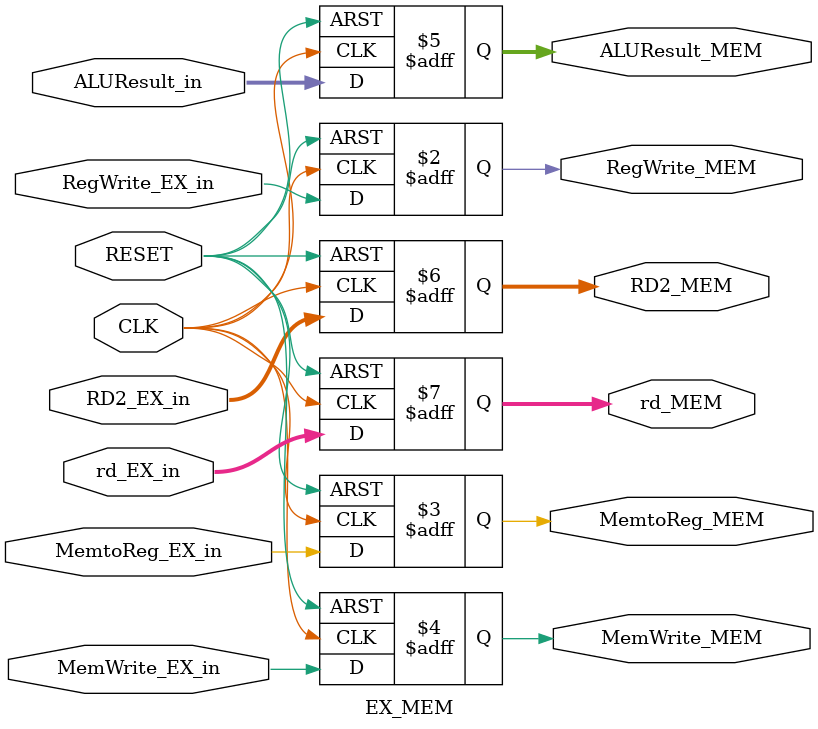
<source format=v>
`timescale 1ns / 1ps

module EX_MEM(
    input CLK,
    input RESET,
    input RegWrite_EX_in,
    input MemtoReg_EX_in,
    input MemWrite_EX_in,      // Added MemWrite_EX_in
    input [31:0] ALUResult_in,
    input [31:0] RD2_EX_in,
    input [4:0] rd_EX_in,
    output reg RegWrite_MEM,
    output reg MemtoReg_MEM,
    output reg MemWrite_MEM,    // Added MemWrite_MEM
    output reg [31:0] ALUResult_MEM,
    output reg [31:0] RD2_MEM,
    output reg [4:0] rd_MEM
);
    always @(posedge CLK or posedge RESET) begin
        if (RESET) begin
            RegWrite_MEM <= 0;
            MemtoReg_MEM <= 0;
            MemWrite_MEM <= 0;    // Initialize MemWrite_MEM
            ALUResult_MEM <= 0;
            RD2_MEM <= 0;
            rd_MEM <= 0;
        end else begin
            RegWrite_MEM <= RegWrite_EX_in;
            MemtoReg_MEM <= MemtoReg_EX_in;
            MemWrite_MEM <= MemWrite_EX_in;  // Assign MemWrite_MEM
            ALUResult_MEM <= ALUResult_in;
            RD2_MEM <= RD2_EX_in;
            rd_MEM <= rd_EX_in;
        end
    end
endmodule

</source>
